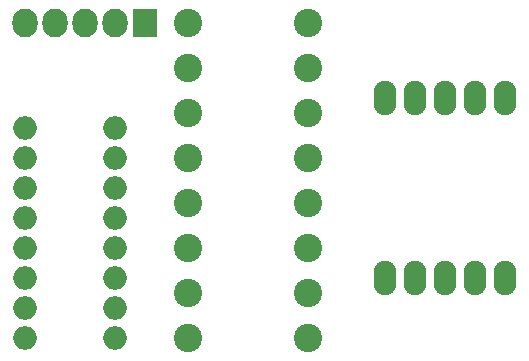
<source format=gbr>
G04 #@! TF.FileFunction,Soldermask,Bot*
%FSLAX46Y46*%
G04 Gerber Fmt 4.6, Leading zero omitted, Abs format (unit mm)*
G04 Created by KiCad (PCBNEW 4.0.1-stable) date 2016 January 25, Monday 17:02:22*
%MOMM*%
G01*
G04 APERTURE LIST*
%ADD10C,0.100000*%
%ADD11O,1.924000X2.924000*%
%ADD12R,2.127200X2.432000*%
%ADD13O,2.127200X2.432000*%
%ADD14C,2.398980*%
%ADD15O,2.000000X2.000000*%
G04 APERTURE END LIST*
D10*
D11*
X158750000Y-114300000D03*
X161290000Y-114300000D03*
X163830000Y-114300000D03*
X166370000Y-114300000D03*
X168910000Y-114300000D03*
X168910000Y-99060000D03*
X166370000Y-99060000D03*
X163830000Y-99060000D03*
X161290000Y-99060000D03*
X158750000Y-99060000D03*
D12*
X138430000Y-92710000D03*
D13*
X135890000Y-92710000D03*
X133350000Y-92710000D03*
X130810000Y-92710000D03*
X128270000Y-92710000D03*
D14*
X142036800Y-92710000D03*
X152196800Y-92710000D03*
X142036800Y-96520000D03*
X152196800Y-96520000D03*
X142036800Y-100330000D03*
X152196800Y-100330000D03*
X142036800Y-104140000D03*
X152196800Y-104140000D03*
X142036800Y-107950000D03*
X152196800Y-107950000D03*
X142036800Y-111760000D03*
X152196800Y-111760000D03*
X142036800Y-115570000D03*
X152196800Y-115570000D03*
X142036800Y-119380000D03*
X152196800Y-119380000D03*
D15*
X135890000Y-119380000D03*
X135890000Y-116840000D03*
X135890000Y-114300000D03*
X135890000Y-111760000D03*
X135890000Y-109220000D03*
X135890000Y-106680000D03*
X135890000Y-104140000D03*
X135890000Y-101600000D03*
X128270000Y-101600000D03*
X128270000Y-104140000D03*
X128270000Y-106680000D03*
X128270000Y-109220000D03*
X128270000Y-111760000D03*
X128270000Y-114300000D03*
X128270000Y-116840000D03*
X128270000Y-119380000D03*
M02*

</source>
